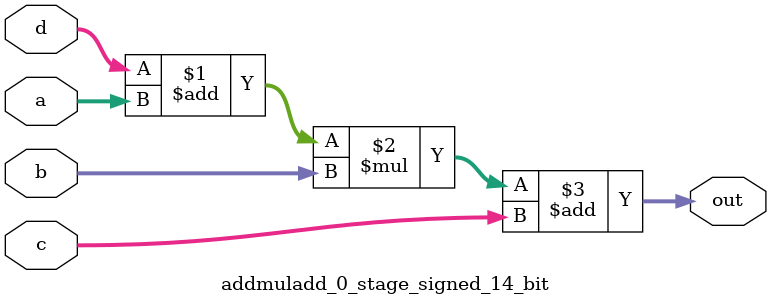
<source format=sv>
(* use_dsp = "yes" *) module addmuladd_0_stage_signed_14_bit(
	input signed [13:0] a,
	input signed [13:0] b,
	input signed [13:0] c,
	input signed [13:0] d,
	output [13:0] out
	);

	assign out = ((d + a) * b) + c;
endmodule

</source>
